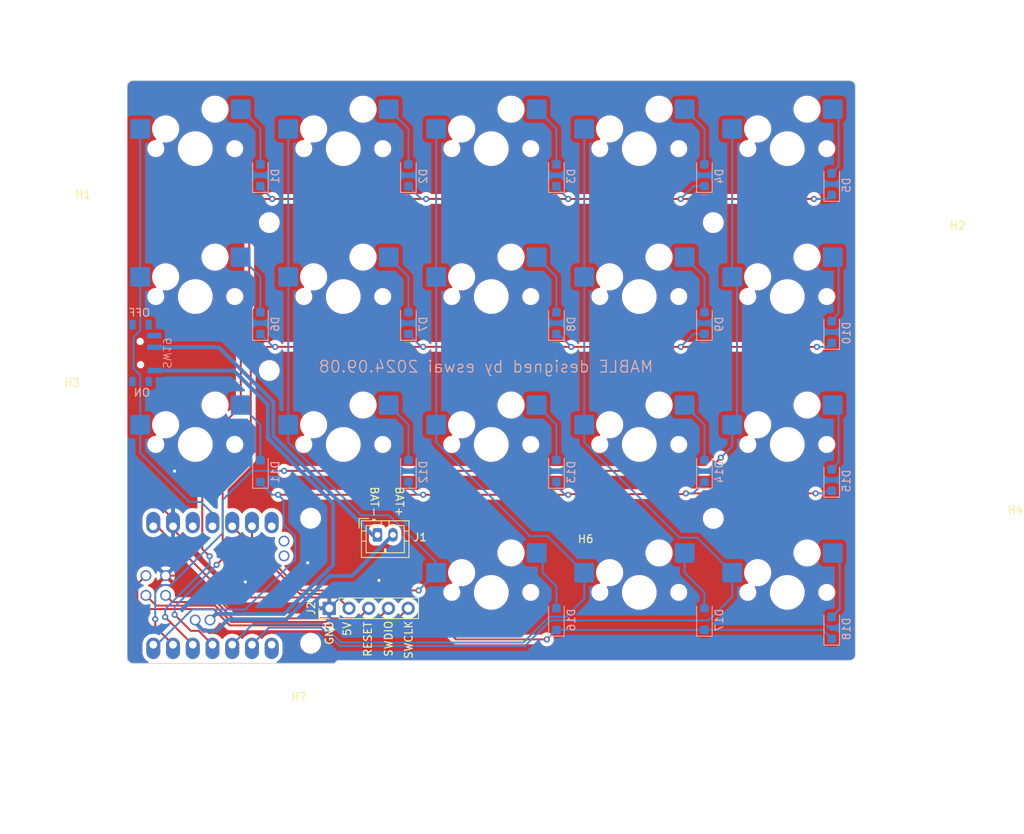
<source format=kicad_pcb>
(kicad_pcb (version 20221018) (generator pcbnew)
  (layers (0 "F.Cu" signal) (31 "B.Cu" signal) (34 "B.Paste" user) (35 "F.Paste" user) (36 "B.SilkS" user "B.Silkscreen") (37 "F.SilkS" user "F.Silkscreen") (38 "B.Mask" user) (39 "F.Mask" user) (44 "Edge.Cuts" user))
  (net 0 "")
  (net 4 "col0")
  (net 5 "Net-(D1-A)")
  (net 6 "col1")
  (net 7 "Net-(D2-A)")
  (net 8 "col2")
  (net 9 "Net-(D3-A)")
  (net 10 "col3")
  (net 11 "Net-(D4-A)")
  (net 12 "col4")
  (net 13 "Net-(D5-A)")
  (net 14 "Net-(D6-A)")
  (net 15 "Net-(D7-A)")
  (net 16 "Net-(D8-A)")
  (net 17 "Net-(D9-A)")
  (net 18 "Net-(D10-A)")
  (net 19 "Net-(D11-A)")
  (net 20 "Net-(D12-A)")
  (net 21 "Net-(D13-A)")
  (net 22 "Net-(D14-A)")
  (net 23 "Net-(D15-A)")
  (net 24 "Net-(D16-A)")
  (net 25 "Net-(D17-A)")
  (net 26 "Net-(D18-A)")
  (net 27 "row3")
  (net 28 "row2")
  (net 29 "row1")
  (net 30 "row0")
  (net 33 "Net-(J1-Pin_1)")
  (net 34 "Net-(J1-Pin_2)")
  (net 35 "Net-(J2-Pin_4)")
  (net 36 "Net-(J2-Pin_3)")
  (net 37 "Net-(J2-Pin_2)")
  (net 38 "Net-(J2-Pin_5)")
  (net 39 "GND")
  (net 41 "Net-(SW19-A)")
  (footprint "MX_Hotswap:MX-Hotswap-1U" (layer "F.Cu") (at 78.105 57.15)
    (fp_text reference "SW7")
    (fp_text value "SW_Push")
  )
  (footprint "MountingHole:MountingHole_2.2mm_M2" (layer "F.Cu") (at 73.9 85.7)
    (fp_text reference "H6")
    (fp_text value "MountingHole")
  )
  (footprint "MX_Hotswap:MX-Hotswap-1U" (layer "F.Cu") (at 97.155 76.2)
    (fp_text reference "SW13")
    (fp_text value "SW_Push")
  )
  (footprint "MountingHole:MountingHole_2.2mm_M2" (layer "F.Cu") (at 68.58 66.675)
    (fp_text reference "H3")
    (fp_text value "MountingHole")
  )
  (footprint "MountingHole:MountingHole_2.2mm_M2" (layer "F.Cu") (at 125.73 47.625)
    (fp_text reference "H2")
    (fp_text value "MountingHole")
  )
  (footprint "MX_Hotswap:MX-Hotswap-1U" (layer "F.Cu") (at 135.255 38.1)
    (fp_text reference "SW5")
    (fp_text value "SW_Push")
  )
  (footprint "Connector_PinHeader_2.54mm:PinHeader_1x05_P2.54mm_Vertical" (layer "F.Cu") (at 76.3 97.3 90)
    (fp_text reference "J2")
    (fp_text value "Conn_01x05")
  )
  (footprint "MountingHole:MountingHole_2.2mm_M2" (layer "F.Cu") (at 125.73 85.725)
    (fp_text reference "H4")
    (fp_text value "MountingHole")
  )
  (footprint "MX_Hotswap:MX-Hotswap-1U" (layer "F.Cu") (at 116.205 76.2)
    (fp_text reference "SW14")
    (fp_text value "SW_Push")
  )
  (footprint "MountingHole:MountingHole_2.2mm_M2" (layer "F.Cu") (at 73.9 101.8)
    (fp_text reference "H7")
    (fp_text value "MountingHole")
  )
  (footprint "MX_Hotswap:MX-Hotswap-1U" (layer "F.Cu") (at 135.255 76.2)
    (fp_text reference "SW15")
    (fp_text value "SW_Push")
  )
  (footprint "MX_Hotswap:MX-Hotswap-1U" (layer "F.Cu") (at 78.105 38.1)
    (fp_text reference "SW2")
    (fp_text value "SW_Push")
  )
  (footprint "MX_Hotswap:MX-Hotswap-1U" (layer "F.Cu") (at 59.055 57.15)
    (fp_text reference "SW6")
    (fp_text value "SW_Push")
  )
  (footprint "MX_Hotswap:MX-Hotswap-1U" (layer "F.Cu") (at 59.055 76.2)
    (fp_text reference "SW11")
    (fp_text value "SW_Push")
  )
  (footprint "MX_Hotswap:MX-Hotswap-1U" (layer "F.Cu") (at 97.155 95.25)
    (fp_text reference "SW16")
    (fp_text value "SW_Push")
  )
  (footprint "MX_Hotswap:MX-Hotswap-1U" (layer "F.Cu") (at 135.255 95.25)
    (fp_text reference "SW18")
    (fp_text value "SW_Push")
  )
  (footprint "MX_Hotswap:MX-Hotswap-1U" (layer "F.Cu") (at 116.205 95.25)
    (fp_text reference "SW17")
    (fp_text value "SW_Push")
  )
  (footprint "MX_Hotswap:MX-Hotswap-1U" (layer "F.Cu") (at 59.055 38.1)
    (fp_text reference "SW1")
    (fp_text value "SW_Push")
  )
  (footprint "MX_Hotswap:MX-Hotswap-1U" (layer "F.Cu") (at 116.205 38.1)
    (fp_text reference "SW4")
    (fp_text value "SW_Push")
  )
  (footprint "Connector_JST:JST_PH_B2B-PH-K_1x02_P2.00mm_Vertical" (layer "F.Cu") (at 82.5 87.842)
    (fp_text reference "J1")
    (fp_text value "Conn_01x02")
  )
  (footprint "mcu:xiao-ble-tht" (layer "F.Cu") (at 61.27 94.36 90)
    (fp_text reference "U1" hide)
    (fp_text value "xiao-ble" hide)
  )
  (footprint "MX_Hotswap:MX-Hotswap-1U" (layer "F.Cu") (at 97.155 38.1)
    (fp_text reference "SW3")
    (fp_text value "SW_Push")
  )
  (footprint "MX_Hotswap:MX-Hotswap-1U" (layer "F.Cu") (at 116.205 57.15)
    (fp_text reference "SW9")
    (fp_text value "SW_Push")
  )
  (footprint "MX_Hotswap:MX-Hotswap-1U" (layer "F.Cu") (at 78.105 76.2)
    (fp_text reference "SW12")
    (fp_text value "SW_Push")
  )
  (footprint "MX_Hotswap:MX-Hotswap-1U" (layer "F.Cu") (at 135.255 57.15)
    (fp_text reference "SW10")
    (fp_text value "SW_Push")
  )
  (footprint "MountingHole:MountingHole_2.2mm_M2" (layer "F.Cu") (at 68.58 47.625)
    (fp_text reference "H1")
    (fp_text value "MountingHole")
  )
  (footprint "MX_Hotswap:MX-Hotswap-1U" (layer "F.Cu") (at 97.155 57.15)
    (fp_text reference "SW8")
    (fp_text value "SW_Push")
  )
  (footprint "Diode_SMD:D_SOD-123F" (layer "B.Cu") (at 124.587 98.679 90)
    (fp_text reference "D17")
    (fp_text value "D")
  )
  (footprint "Diode_SMD:D_SOD-123F" (layer "B.Cu") (at 140.97 99.822 90)
    (fp_text reference "D18")
    (fp_text value "D")
  )
  (footprint "Diode_SMD:D_SOD-123F" (layer "B.Cu") (at 140.97 61.722 90)
    (fp_text reference "D10")
    (fp_text value "D")
  )
  (footprint "Diode_SMD:D_SOD-123F" (layer "B.Cu") (at 124.587 60.579 90)
    (fp_text reference "D9")
    (fp_text value "D")
  )
  (footprint "Diode_SMD:D_SOD-123F" (layer "B.Cu") (at 67.437 60.579 90)
    (fp_text reference "D6")
    (fp_text value "D")
  )
  (footprint "Diode_SMD:D_SOD-123F" (layer "B.Cu") (at 140.97 80.772 90)
    (fp_text reference "D15")
    (fp_text value "D")
  )
  (footprint "Diode_SMD:D_SOD-123F" (layer "B.Cu") (at 124.587 41.529 90)
    (fp_text reference "D4")
    (fp_text value "D")
  )
  (footprint "Diode_SMD:D_SOD-123F" (layer "B.Cu") (at 105.537 41.529 90)
    (fp_text reference "D3")
    (fp_text value "D")
  )
  (footprint "Diode_SMD:D_SOD-123F" (layer "B.Cu") (at 140.97 42.672 90)
    (fp_text reference "D5")
    (fp_text value "D")
  )
  (footprint "Diode_SMD:D_SOD-123F" (layer "B.Cu") (at 86.487 79.629 90)
    (fp_text reference "D12")
    (fp_text value "D")
  )
  (footprint "Diode_SMD:D_SOD-123F" (layer "B.Cu") (at 105.537 79.629 90)
    (fp_text reference "D13")
    (fp_text value "D")
  )
  (footprint "locallib:SSW1P2T-SMT" (layer "B.Cu") (at 52.015 64.43 90)
    (fp_text reference "SW19")
    (fp_text value "SW_SPDT")
    (fp_circle (center -1.5 0) (end -1.05 0) (stroke (width 0.05)) (fill none) (layer "Edge.Cuts"))
    (fp_circle (center 1.5 -0.05) (end 1.95 -0.05) (stroke (width 0.05)) (fill none) (layer "Edge.Cuts"))
  )
  (footprint "Diode_SMD:D_SOD-123F" (layer "B.Cu") (at 86.487 41.529 90)
    (fp_text reference "D2")
    (fp_text value "D")
  )
  (footprint "Diode_SMD:D_SOD-123F" (layer "B.Cu") (at 124.587 79.629 90)
    (fp_text reference "D14")
    (fp_text value "D")
  )
  (footprint "Diode_SMD:D_SOD-123F" (layer "B.Cu") (at 105.537 60.579 90)
    (fp_text reference "D8")
    (fp_text value "D")
  )
  (footprint "Diode_SMD:D_SOD-123F" (layer "B.Cu") (at 105.537 98.679 90)
    (fp_text reference "D16")
    (fp_text value "D")
  )
  (footprint "Diode_SMD:D_SOD-123F" (layer "B.Cu") (at 67.437 41.529 90)
    (fp_text reference "D1")
    (fp_text value "D")
  )
  (footprint "Diode_SMD:D_SOD-123F" (layer "B.Cu") (at 67.437 79.629 90)
    (fp_text reference "D11")
    (fp_text value "D")
  )
  (footprint "Diode_SMD:D_SOD-123F" (layer "B.Cu") (at 86.487 60.579 90)
    (fp_text reference "D7")
    (fp_text value "D")
  )
  (gr_line (start 76.962 104.394) (end 77.343 104.013) (stroke (width 0.1)) (layer "Edge.Cuts"))
  (gr_line (start 51.054 104.394) (end 76.962 104.394) (stroke (width 0.1)) (layer "Edge.Cuts"))
  (gr_line (start 77.343 104.013) (end 143.256 104.013) (stroke (width 0.1)) (layer "Edge.Cuts"))
  (gr_line (start 50.292 30.099) (end 50.292 103.632) (stroke (width 0.1)) (layer "Edge.Cuts"))
  (gr_arc (start 51.054 104.394) (mid 50.515185 104.170815) (end 50.292 103.632) (stroke (width 0.1)) (layer "Edge.Cuts"))
  (gr_line (start 143.256 29.337) (end 51.054 29.337) (stroke (width 0.1)) (layer "Edge.Cuts"))
  (gr_arc (start 50.292 30.099) (mid 50.515185 29.560185) (end 51.054 29.337) (stroke (width 0.1)) (layer "Edge.Cuts"))
  (gr_arc (start 144.018 103.251) (mid 143.794815 103.789815) (end 143.256 104.013) (stroke (width 0.1)) (layer "Edge.Cuts"))
  (gr_arc (start 143.256 29.337) (mid 143.794815 29.560185) (end 144.018 30.099) (stroke (width 0.1)) (layer "Edge.Cuts"))
  (gr_line (start 144.018 103.251) (end 144.018 30.099) (stroke (width 0.1)) (layer "Edge.Cuts"))
  (gr_text "MABLE designed by eswai 2024.09.08" (at 118.11 67.056) (layer "B.SilkS") (effects (font (size 1.5 1.5)) (justify left bottom mirror)))
  (gr_text "OFF" (at 53.34 59.817) (layer "B.SilkS") (effects (font (size 1 1)) (justify left bottom mirror)))
  (gr_text "ON" (at 53.34 70.104) (layer "B.SilkS") (effects (font (size 1 1)) (justify left bottom mirror)))
  (gr_text "BAT+\n\nBAT-" (at 81.534 81.534 270) (layer "F.SilkS") (effects (font (size 1 1)) (justify left bottom)))
  (gr_text "RESET" (at 81.853 103.624 90) (layer "F.SilkS") (effects (font (size 1 1)) (justify left bottom)))
  (gr_text "SWDIO" (at 84.52 103.624 90) (layer "F.SilkS") (effects (font (size 1 1)) (justify left bottom)))
  (gr_text "5V" (at 79.186 100.957 90) (layer "F.SilkS") (effects (font (size 1 1)) (justify left bottom)))
  (gr_text "SWCLK" (at 87.1 103.905 90) (layer "F.SilkS") (effects (font (size 1 1)) (justify left bottom)))
  (gr_text "GND" (at 76.9 102.1 90) (layer "F.SilkS") (effects (font (size 1 1)) (justify left bottom)))
  (segment (start 51.97 61.53) (end 51.1 62.4) (width 0.25) (layer "B.Cu") (net 4))
  (segment (start 51.97 35.56) (end 51.97 54.61) (width 0.25) (layer "B.Cu") (net 4))
  (segment (start 51.97 54.61) (end 51.97 61.53) (width 0.25) (layer "B.Cu") (net 4))
  (segment (start 51.97 67.27) (end 51.97 73.66) (width 0.25) (layer "B.Cu") (net 4))
  (segment (start 61.27 85.07) (end 61.27 86.74) (width 0.25) (layer "B.Cu") (net 4))
  (segment (start 51.97 77.297588) (end 58.272412 83.6) (width 0.25) (layer "B.Cu") (net 4))
  (segment (start 58.272412 83.6) (end 59.8 83.6) (width 0.25) (layer "B.Cu") (net 4))
  (segment (start 51.1 62.4) (end 51.1 66.4) (width 0.25) (layer "B.Cu") (net 4))
  (segment (start 59.8 83.6) (end 61.27 85.07) (width 0.25) (layer "B.Cu") (net 4))
  (segment (start 51.1 66.4) (end 51.97 67.27) (width 0.25) (layer "B.Cu") (net 4))
  (segment (start 51.97 73.66) (end 51.97 77.297588) (width 0.25) (layer "B.Cu") (net 4))
  (segment (start 67.437 35.56) (end 67.437 40.129) (width 0.25) (layer "B.Cu") (net 5))
  (segment (start 64.897 33.02) (end 67.437 35.56) (width 0.25) (layer "B.Cu") (net 5))
  (segment (start 66.35 88.643604) (end 66.35 86.74) (width 0.25) (layer "F.Cu") (net 6))
  (segment (start 72.706396 95) (end 66.35 88.643604) (width 0.25) (layer "F.Cu") (net 6))
  (segment (start 87.8 95) (end 72.706396 95) (width 0.25) (layer "F.Cu") (net 6))
  (via (at 87.8 95) (size 0.8) (drill 0.4) (layers "F.Cu" "B.Cu") (net 6))
  (segment (start 71.02 73.66) (end 71.02 75.928684) (width 0.25) (layer "B.Cu") (net 6))
  (segment (start 71.02 75.928684) (end 80.416316 85.325) (width 0.25) (layer "B.Cu") (net 6))
  (segment (start 71.02 54.61) (end 71.02 73.66) (width 0.25) (layer "B.Cu") (net 6))
  (segment (start 84.025 85.325) (end 90.07 91.37) (width 0.25) (layer "B.Cu") (net 6))
  (segment (start 90.07 92.73) (end 87.8 95) (width 0.25) (layer "B.Cu") (net 6))
  (segment (start 90.07 91.37) (end 90.07 92.71) (width 0.25) (layer "B.Cu") (net 6))
  (segment (start 90.07 92.71) (end 90.07 92.73) (width 0.25) (layer "B.Cu") (net 6))
  (segment (start 71.02 35.56) (end 71.02 54.61) (width 0.25) (layer "B.Cu") (net 6))
  (segment (start 80.416316 85.325) (end 84.025 85.325) (width 0.25) (layer "B.Cu") (net 6))
  (segment (start 83.947 33.02) (end 86.487 35.56) (width 0.25) (layer "B.Cu") (net 7))
  (segment (start 86.487 35.56) (end 86.487 40.129) (width 0.25) (layer "B.Cu") (net 7))
  (segment (start 101.3 101.7) (end 104.6 98.4) (width 0.25) (layer "B.Cu") (net 8))
  (segment (start 75.4 99.3) (end 77.8 101.7) (width 0.25) (layer "B.Cu") (net 8))
  (segment (start 90.07 54.61) (end 90.07 35.56) (width 0.25) (layer "B.Cu") (net 8))
  (segment (start 77.8 101.7) (end 101.3 101.7) (width 0.25) (layer "B.Cu") (net 8))
  (segment (start 104.6 98.4) (end 106.8 98.4) (width 0.25) (layer "B.Cu") (net 8))
  (segment (start 104.41 88) (end 109.12 92.71) (width 0.25) (layer "B.Cu") (net 8))
  (segment (start 90.07 75.928684) (end 102.141316 88) (width 0.25) (layer "B.Cu") (net 8))
  (segment (start 66.49 99.3) (end 75.4 99.3) (width 0.25) (layer "B.Cu") (net 8))
  (segment (start 109.12 96.08) (end 109.12 92.71) (width 0.25) (layer "B.Cu") (net 8))
  (segment (start 106.8 98.4) (end 109.12 96.08) (width 0.25) (layer "B.Cu") (net 8))
  (segment (start 90.07 54.61) (end 90.07 73.66) (width 0.25) (layer "B.Cu") (net 8))
  (segment (start 63.81 101.98) (end 66.49 99.3) (width 0.25) (layer "B.Cu") (net 8))
  (segment (start 102.141316 88) (end 104.41 88) (width 0.25) (layer "B.Cu") (net 8))
  (segment (start 90.07 73.66) (end 90.07 75.928684) (width 0.25) (layer "B.Cu") (net 8))
  (segment (start 102.997 33.02) (end 105.537 35.56) (width 0.25) (layer "B.Cu") (net 9))
  (segment (start 105.537 35.56) (end 105.537 40.129) (width 0.25) (layer "B.Cu") (net 9))
  (segment (start 128.17 92.71) (end 128.17 95.83) (width 0.25) (layer "B.Cu") (net 10))
  (segment (start 123.66 88.2) (end 128.17 92.71) (width 0.25) (layer "B.Cu") (net 10))
  (segment (start 104.786396 98.85) (end 101.486396 102.15) (width 0.25) (layer "B.Cu") (net 10))
  (segment (start 109.12 35.56) (end 109.12 54.61) (width 0.25) (layer "B.Cu") (net 10))
  (segment (start 75.263604 99.8) (end 68.53 99.8) (width 0.25) (layer "B.Cu") (net 10))
  (segment (start 101.486396 102.15) (end 77.613604 102.15) (width 0.25) (layer "B.Cu") (net 10))
  (segment (start 109.12 75.928684) (end 121.391316 88.2) (width 0.25) (layer "B.Cu") (net 10))
  (segment (start 109.12 73.66) (end 109.12 75.928684) (width 0.25) (layer "B.Cu") (net 10))
  (segment (start 68.53 99.8) (end 66.35 101.98) (width 0.25) (layer "B.Cu") (net 10))
  (segment (start 125.15 98.85) (end 104.786396 98.85) (width 0.25) (layer "B.Cu") (net 10))
  (segment (start 128.17 95.83) (end 125.15 98.85) (width 0.25) (layer "B.Cu") (net 10))
  (segment (start 77.613604 102.15) (end 75.263604 99.8) (width 0.25) (layer "B.Cu") (net 10))
  (segment (start 121.391316 88.2) (end 123.66 88.2) (width 0.25) (layer "B.Cu") (net 10))
  (segment (start 109.12 54.61) (end 109.12 73.66) (width 0.25) (layer "B.Cu") (net 10))
  (segment (start 124.587 35.56) (end 124.587 40.129) (width 0.25) (layer "B.Cu") (net 11))
  (segment (start 122.047 33.02) (end 124.587 35.56) (width 0.25) (layer "B.Cu") (net 11))
  (segment (start 70.5 79.6) (end 125 79.6) (width 0.25) (layer "F.Cu") (net 12))
  (segment (start 56.19 101.98) (end 53.9 99.69) (width 0.25) (layer "F.Cu") (net 12))
  (segment (start 53.9 99.69) (end 53.9 98.7) (width 0.25) (layer "F.Cu") (net 12))
  (segment (start 125 79.6) (end 126.7 77.9) (width 0.25) (layer "F.Cu") (net 12))
  (via (at 126.7 77.9) (size 0.8) (drill 0.4) (layers "F.Cu" "B.Cu") (net 12))
  (via (at 70.5 79.6) (size 0.8) (drill 0.4) (layers "F.Cu" "B.Cu") (net 12))
  (via (at 53.9 98.7) (size 0.8) (drill 0.4) (layers "F.Cu" "B.Cu") (net 12))
  (segment (start 126.7 77.9) (end 128.17 76.43) (width 0.25) (layer "B.Cu") (net 12))
  (segment (start 128.17 35.56) (end 128.17 54.61) (width 0.25) (layer "B.Cu") (net 12))
  (segment (start 55.9 94.3) (end 62.585 87.615) (width 0.25) (layer "B.Cu") (net 12))
  (segment (start 66.323 79.6) (end 70.5 79.6) (width 0.25) (layer "B.Cu") (net 12))
  (segment (start 53.9 95.1) (end 54.7 94.3) (width 0.25) (layer "B.Cu") (net 12))
  (segment (start 54.7 94.3) (end 55.9 94.3) (width 0.25) (layer "B.Cu") (net 12))
  (segment (start 128.778 55.218) (end 128.778 73.052) (width 0.25) (layer "B.Cu") (net 12))
  (segment (start 53.9 98.7) (end 53.9 95.1) (width 0.25) (layer "B.Cu") (net 12))
  (segment (start 128.17 54.61) (end 128.778 55.218) (width 0.25) (layer "B.Cu") (net 12))
  (segment (start 128.778 73.052) (end 128.17 73.66) (width 0.25) (layer "B.Cu") (net 12))
  (segment (start 62.585 87.615) (end 62.585 83.338) (width 0.25) (layer "B.Cu") (net 12))
  (segment (start 128.17 76.43) (end 128.17 73.66) (width 0.25) (layer "B.Cu") (net 12))
  (segment (start 62.585 83.338) (end 66.323 79.6) (width 0.25) (layer "B.Cu") (net 12))
  (segment (start 141.859 40.383) (end 140.97 41.272) (width 0.25) (layer "B.Cu") (net 13))
  (segment (start 141.097 33.02) (end 141.859 33.782) (width 0.25) (layer "B.Cu") (net 13))
  (segment (start 141.859 33.782) (end 141.859 40.383) (width 0.25) (layer "B.Cu") (net 13))
  (segment (start 67.437 54.61) (end 67.437 59.179) (width 0.25) (layer "B.Cu") (net 14))
  (segment (start 64.897 52.07) (end 67.437 54.61) (width 0.25) (layer "B.Cu") (net 14))
  (segment (start 83.947 52.07) (end 86.487 54.61) (width 0.25) (layer "B.Cu") (net 15))
  (segment (start 86.487 54.61) (end 86.487 59.179) (width 0.25) (layer "B.Cu") (net 15))
  (segment (start 105.537 54.61) (end 105.537 59.179) (width 0.25) (layer "B.Cu") (net 16))
  (segment (start 102.997 52.07) (end 105.537 54.61) (width 0.25) (layer "B.Cu") (net 16))
  (segment (start 124.587 54.61) (end 124.587 59.179) (width 0.25) (layer "B.Cu") (net 17))
  (segment (start 122.047 52.07) (end 124.587 54.61) (width 0.25) (layer "B.Cu") (net 17))
  (segment (start 140.97 60.198) (end 140.97 60.322) (width 0.25) (layer "B.Cu") (net 18))
  (segment (start 141.859 52.832) (end 141.859 59.309) (width 0.25) (layer "B.Cu") (net 18))
  (segment (start 141.859 59.309) (end 140.97 60.198) (width 0.25) (layer "B.Cu") (net 18))
  (segment (start 141.097 52.07) (end 141.859 52.832) (width 0.25) (layer "B.Cu") (net 18))
  (segment (start 64.897 71.12) (end 67.437 73.66) (width 0.25) (layer "B.Cu") (net 19))
  (segment (start 67.437 73.66) (end 67.437 78.229) (width 0.25) (layer "B.Cu") (net 19))
  (segment (start 83.947 71.12) (end 86.487 73.66) (width 0.25) (layer "B.Cu") (net 20))
  (segment (start 86.487 73.66) (end 86.487 78.229) (width 0.25) (layer "B.Cu") (net 20))
  (segment (start 105.537 73.66) (end 105.537 78.229) (width 0.25) (layer "B.Cu") (net 21))
  (segment (start 102.997 71.12) (end 105.537 73.66) (width 0.25) (layer "B.Cu") (net 21))
  (segment (start 122.047 71.12) (end 124.587 73.66) (width 0.25) (layer "B.Cu") (net 22))
  (segment (start 124.587 73.66) (end 124.587 78.229) (width 0.25) (layer "B.Cu") (net 22))
  (segment (start 141.859 78.483) (end 140.97 79.372) (width 0.25) (layer "B.Cu") (net 23))
  (segment (start 141.097 71.12) (end 141.859 71.882) (width 0.25) (layer "B.Cu") (net 23))
  (segment (start 141.859 71.882) (end 141.859 78.483) (width 0.25) (layer "B.Cu") (net 23))
  (segment (start 103.759 92.71) (end 105.537 94.488) (width 0.25) (layer "B.Cu") (net 24))
  (segment (start 105.537 94.488) (end 105.537 97.279) (width 0.25) (layer "B.Cu") (net 24))
  (segment (start 103.759 90.932) (end 103.759 92.71) (width 0.25) (layer "B.Cu") (net 24))
  (segment (start 102.997 90.17) (end 103.759 90.932) (width 0.25) (layer "B.Cu") (net 24))
  (segment (start 122.047 90.17) (end 122.047 92.71) (width 0.25) (layer "B.Cu") (net 25))
  (segment (start 122.047 92.71) (end 124.587 95.25) (width 0.25) (layer "B.Cu") (net 25))
  (segment (start 124.587 95.25) (end 124.587 97.279) (width 0.25) (layer "B.Cu") (net 25))
  (segment (start 142 97.392) (end 140.97 98.422) (width 0.25) (layer "B.Cu") (net 26))
  (segment (start 142 91.073) (end 142 97.392) (width 0.25) (layer "B.Cu") (net 26))
  (segment (start 141.097 90.17) (end 142 91.073) (width 0.25) (layer "B.Cu") (net 26))
  (segment (start 92.608 101.308) (end 86.75 95.45) (width 0.25) (layer "F.Cu") (net 27))
  (segment (start 104.308 101.308) (end 92.608 101.308) (width 0.25) (layer "F.Cu") (net 27))
  (segment (start 72.52 95.45) (end 63.81 86.74) (width 0.25) (layer "F.Cu") (net 27))
  (segment (start 86.75 95.45) (end 72.52 95.45) (width 0.25) (layer "F.Cu") (net 27))
  (via (at 104.308 101.308) (size 0.8) (drill 0.4) (layers "F.Cu" "B.Cu") (net 27))
  (segment (start 105.537 100.079) (end 124.587 100.079) (width 0.25) (layer "B.Cu") (net 27))
  (segment (start 104.308 101.308) (end 105.537 100.079) (width 0.25) (layer "B.Cu") (net 27))
  (segment (start 139.827 100.079) (end 140.97 101.222) (width 0.25) (layer "B.Cu") (net 27))
  (segment (start 124.587 100.079) (end 139.827 100.079) (width 0.25) (layer "B.Cu") (net 27))
  (segment (start 107.061 82.677) (end 107.138 82.6) (width 0.25) (layer "F.Cu") (net 28))
  (segment (start 69.723 82.677) (end 88.392 82.677) (width 0.25) (layer "F.Cu") (net 28))
  (segment (start 122.1 82.6) (end 122.2 82.5) (width 0.25) (layer "F.Cu") (net 28))
  (segment (start 107.138 82.6) (end 122.1 82.6) (width 0.25) (layer "F.Cu") (net 28))
  (segment (start 138.9 82.5) (end 122.2 82.5) (width 0.25) (layer "F.Cu") (net 28))
  (segment (start 107.061 82.677) (end 88.392 82.677) (width 0.25) (layer "F.Cu") (net 28))
  (via (at 107.061 82.677) (size 0.8) (drill 0.4) (layers "F.Cu" "B.Cu") (net 28))
  (via (at 122.2 82.5) (size 0.8) (drill 0.4) (layers "F.Cu" "B.Cu") (net 28))
  (via (at 69.723 82.677) (size 0.8) (drill 0.4) (layers "F.Cu" "B.Cu") (net 28))
  (via (at 138.9 82.5) (size 0.8) (drill 0.4) (layers "F.Cu" "B.Cu") (net 28))
  (via (at 88.392 82.677) (size 0.8) (drill 0.4) (layers "F.Cu" "B.Cu") (net 28))
  (segment (start 70.4 86.5) (end 71.9 88) (width 0.25) (layer "B.Cu") (net 28))
  (segment (start 69.723 82.677) (end 70.4 83.354) (width 0.25) (layer "B.Cu") (net 28))
  (segment (start 123.116 82.5) (end 124.587 81.029) (width 0.25) (layer "B.Cu") (net 28))
  (segment (start 68.961 82.677) (end 67.437 81.153) (width 0.25) (layer "B.Cu") (net 28))
  (segment (start 69.723 82.677) (end 68.961 82.677) (width 0.25) (layer "B.Cu") (net 28))
  (segment (start 88.392 82.677) (end 87.63 82.677) (width 0.25) (layer "B.Cu") (net 28))
  (segment (start 71.9 88) (end 71.9 91.05) (width 0.25) (layer "B.Cu") (net 28))
  (segment (start 106.68 82.677) (end 105.537 81.534) (width 0.25) (layer "B.Cu") (net 28))
  (segment (start 138.9 82.5) (end 140.004 82.5) (width 0.25) (layer "B.Cu") (net 28))
  (segment (start 107.061 82.677) (end 106.68 82.677) (width 0.25) (layer "B.Cu") (net 28))
  (segment (start 54.12 101.98) (end 53.65 101.98) (width 0.25) (layer "B.Cu") (net 28))
  (segment (start 67.437 81.153) (end 67.437 81.029) (width 0.25) (layer "B.Cu") (net 28))
  (segment (start 122.2 82.5) (end 123.116 82.5) (width 0.25) (layer "B.Cu") (net 28))
  (segment (start 65.5 97.45) (end 58.65 97.45) (width 0.25) (layer "B.Cu") (net 28))
  (segment (start 58.65 97.45) (end 54.12 101.98) (width 0.25) (layer "B.Cu") (net 28))
  (segment (start 70.4 83.354) (end 70.4 86.5) (width 0.25) (layer "B.Cu") (net 28))
  (segment (start 140.004 82.5) (end 140.332 82.172) (width 0.25) (layer "B.Cu") (net 28))
  (segment (start 140.332 82.172) (end 140.97 82.172) (width 0.25) (layer "B.Cu") (net 28))
  (segment (start 87.63 82.677) (end 86.487 81.534) (width 0.25) (layer "B.Cu") (net 28))
  (segment (start 71.9 91.05) (end 65.5 97.45) (width 0.25) (layer "B.Cu") (net 28))
  (segment (start 86.487 81.534) (end 86.487 81.029) (width 0.25) (layer "B.Cu") (net 28))
  (segment (start 105.537 81.534) (end 105.537 81.029) (width 0.25) (layer "B.Cu") (net 28))
  (segment (start 107.442 63.627) (end 121.539 63.627) (width 0.25) (layer "F.Cu") (net 29))
  (segment (start 121.539 63.627) (end 139.065 63.627) (width 0.25) (layer "F.Cu") (net 29))
  (segment (start 66.2 65.7) (end 68.273 63.627) (width 0.25) (layer "F.Cu") (net 29))
  (segment (start 61.8 91.7) (end 62.585 90.915) (width 0.25) (layer "F.Cu") (net 29))
  (segment (start 88.392 63.627) (end 107.442 63.627) (width 0.25) (layer "F.Cu") (net 29))
  (segment (start 68.273 63.627) (end 69.342 63.627) (width 0.25) (layer "F.Cu") (net 29))
  (segment (start 62.585 81.715) (end 66.2 78.1) (width 0.25) (layer "F.Cu") (net 29))
  (segment (start 88.392 63.627) (end 69.342 63.627) (width 0.25) (layer "F.Cu") (net 29))
  (segment (start 62.585 90.915) (end 62.585 81.715) (width 0.25) (layer "F.Cu") (net 29))
  (segment (start 59.49 100.2) (end 61.27 101.98) (width 0.25) (layer "F.Cu") (net 29))
  (segment (start 66.2 78.1) (end 66.2 65.7) (width 0.25) (layer "F.Cu") (net 29))
  (segment (start 58.4755 100.2) (end 59.49 100.2) (width 0.25) (layer "F.Cu") (net 29))
  (segment (start 56.4 98.1245) (end 58.4755 100.2) (width 0.25) (layer "F.Cu") (net 29))
  (via (at 121.539 63.627) (size 0.8) (drill 0.4) (layers "F.Cu" "B.Cu") (net 29))
  (via (at 107.442 63.627) (size 0.8) (drill 0.4) (layers "F.Cu" "B.Cu") (net 29))
  (via (at 56.4 98.1245) (size 0.8) (drill 0.4) (layers "F.Cu" "B.Cu") (net 29))
  (via (at 61.8 91.7) (size 0.8) (drill 0.4) (layers "F.Cu" "B.Cu") (net 29))
  (via (at 88.392 63.627) (size 0.8) (drill 0.4) (layers "F.Cu" "B.Cu") (net 29))
  (via (at 139.065 63.627) (size 0.8) (drill 0.4) (layers "F.Cu" "B.Cu") (net 29))
  (via (at 69.342 63.627) (size 0.8) (drill 0.4) (layers "F.Cu" "B.Cu") (net 29))
  (segment (start 69.342 63.627) (end 69.085 63.627) (width 0.25) (layer "B.Cu") (net 29))
  (segment (start 88.392 63.627) (end 88.135 63.627) (width 0.25) (layer "B.Cu") (net 29))
  (segment (start 123.187 61.979) (end 124.587 61.979) (width 0.25) (layer "B.Cu") (net 29))
  (segment (start 139.065 63.627) (end 140.465 63.627) (width 0.25) (layer "B.Cu") (net 29))
  (segment (start 107.442 63.627) (end 105.794 61.979) (width 0.25) (layer "B.Cu") (net 29))
  (segment (start 88.135 63.627) (end 86.487 61.979) (width 0.25) (layer "B.Cu") (net 29))
  (segment (start 105.794 61.979) (end 105.537 61.979) (width 0.25) (layer "B.Cu") (net 29))
  (segment (start 140.465 63.627) (end 140.97 63.122) (width 0.25) (layer "B.Cu") (net 29))
  (segment (start 56.4 97.1) (end 61.8 91.7) (width 0.25) (layer "B.Cu") (net 29))
  (segment (start 69.085 63.627) (end 67.437 61.979) (width 0.25) (layer "B.Cu") (net 29))
  (segment (start 56.4 98.1245) (end 56.4 97.1) (width 0.25) (layer "B.Cu") (net 29))
  (segment (start 121.539 63.627) (end 123.187 61.979) (width 0.25) (layer "B.Cu") (net 29))
  (segment (start 62 74.2) (end 64.9109 71.2891) (width 0.25) (layer "F.Cu") (net 30))
  (segment (start 59.955 80.445) (end 62 78.4) (width 0.25) (layer "F.Cu") (net 30))
  (segment (start 138.684 44.577) (end 121.539 44.577) (width 0.25) (layer "F.Cu") (net 30))
  (segment (start 62 78.4) (end 62 74.2) (width 0.25) (layer "F.Cu") (net 30))
  (segment (start 66 58.4) (end 66 46.6) (width 0.25) (layer "F.Cu") (net 30))
  (segment (start 59.955 89.655) (end 59.955 80.445) (width 0.25) (layer "F.Cu") (net 30))
  (segment (start 107.061 44.577) (end 121.539 44.577) (width 0.25) (layer "F.Cu") (net 30))
  (segment (start 60.9 90.6) (end 59.955 89.655) (width 0.25) (layer "F.Cu") (net 30))
  (segment (start 66 46.6) (end 68.023 44.577) (width 0.25) (layer "F.Cu") (net 30))
  (segment (start 64.9109 59.4891) (end 66 58.4) (width 0.25) (layer "F.Cu") (net 30))
  (segment (start 88.773 44.577) (end 107.061 44.577) (width 0.25) (layer "F.Cu") (net 30))
  (segment (start 64.9109 71.2891) (end 64.9109 59.4891) (width 0.25) (layer "F.Cu") (net 30))
  (segment (start 68.023 44.577) (end 68.961 44.577) (width 0.25) (layer "F.Cu") (net 30))
  (segment (start 68.961 44.577) (end 88.773 44.577) (width 0.25) (layer "F.Cu") (net 30))
  (segment (start 55.175 98.425) (end 58.73 101.98) (width 0.25) (layer "F.Cu") (net 30))
  (via (at 68.961 44.577) (size 0.8) (drill 0.4) (layers "F.Cu" "B.Cu") (net 30))
  (via (at 121.539 44.577) (size 0.8) (drill 0.4) (layers "F.Cu" "B.Cu") (net 30))
  (via (at 138.684 44.577) (size 0.8) (drill 0.4) (layers "F.Cu" "B.Cu") (net 30))
  (via (at 107.061 44.577) (size 0.8) (drill 0.4) (layers "F.Cu" "B.Cu") (net 30))
  (via (at 88.773 44.577) (size 0.8) (drill 0.4) (layers "F.Cu" "B.Cu") (net 30))
  (via (at 60.9 90.6) (size 0.8) (drill 0.4) (layers "F.Cu" "B.Cu") (net 30))
  (via (at 55.175 98.425) (size 0.8) (drill 0.4) (layers "F.Cu" "B.Cu") (net 30))
  (segment (start 138.684 44.577) (end 140.465 44.577) (width 0.25) (layer "B.Cu") (net 30))
  (segment (start 123.187 42.929) (end 124.587 42.929) (width 0.25) (layer "B.Cu") (net 30))
  (segment (start 140.465 44.577) (end 140.97 44.072) (width 0.25) (layer "B.Cu") (net 30))
  (segment (start 107.061 44.577) (end 105.537 43.053) (width 0.25) (layer "B.Cu") (net 30))
  (segment (start 55.175 97.399695) (end 55.175 98.425) (width 0.25) (layer "B.Cu") (net 30))
  (segment (start 88.135 44.577) (end 86.487 42.929) (width 0.25) (layer "B.Cu") (net 30))
  (segment (start 68.961 44.577) (end 67.437 43.053) (width 0.25) (layer "B.Cu") (net 30))
  (segment (start 88.773 44.577) (end 88.135 44.577) (width 0.25) (layer "B.Cu") (net 30))
  (segment (start 60.9 91.674695) (end 55.175 97.399695) (width 0.25) (layer "B.Cu") (net 30))
  (segment (start 105.537 43.053) (end 105.537 42.929) (width 0.25) (layer "B.Cu") (net 30))
  (segment (start 60.9 90.6) (end 60.9 91.674695) (width 0.25) (layer "B.Cu") (net 30))
  (segment (start 121.539 44.577) (end 123.187 42.929) (width 0.25) (layer "B.Cu") (net 30))
  (segment (start 67.437 43.053) (end 67.437 42.929) (width 0.25) (layer "B.Cu") (net 30))
  (segment (start 69.1 70.71005) (end 62.06995 63.68) (width 0.5) (layer "B.Cu") (net 33))
  (segment (start 69.1 75.1) (end 81.842 87.842) (width 0.5) (layer "B.Cu") (net 33))
  (segment (start 81.842 87.842) (end 82.5 87.842) (width 0.5) (layer "B.Cu") (net 33))
  (segment (start 69.1 70.71005) (end 69.1 75.1) (width 0.5) (layer "B.Cu") (net 33))
  (segment (start 62.06995 63.68) (end 53.765 63.68) (width 0.5) (layer "B.Cu") (net 33))
  (segment (start 60.1 100.2) (end 59.048 99.148) (width 0.5) (layer "B.Cu") (net 34))
  (segment (start 76.375 93.125) (end 79.217 93.125) (width 0.5) (layer "B.Cu") (net 34))
  (segment (start 84.5 87.167) (end 84.5 87.842) (width 0.5) (layer "B.Cu") (net 34))
  (segment (start 70.775 98.725) (end 76.375 93.125) (width 0.5) (layer "B.Cu") (net 34))
  (segment (start 59.048 99.148) (end 59.048 98.805) (width 0.5) (layer "B.Cu") (net 34))
  (segment (start 79.217 93.125) (end 84.5 87.842) (width 0.5) (layer "B.Cu") (net 34))
  (segment (start 61.8 100.2) (end 60.1 100.2) (width 0.5) (layer "B.Cu") (net 34))
  (segment (start 70.775 98.725) (end 63.275 98.725) (width 0.5) (layer "B.Cu") (net 34))
  (segment (start 63.275 98.725) (end 61.8 100.2) (width 0.5) (layer "B.Cu") (net 34))
  (segment (start 61.586396 96.95) (end 54.018 96.95) (width 0.25) (layer "F.Cu") (net 35))
  (segment (start 63.686396 99.05) (end 61.586396 96.95) (width 0.25) (layer "F.Cu") (net 35))
  (segment (start 82.17 99.05) (end 63.686396 99.05) (width 0.25) (layer "F.Cu") (net 35))
  (segment (start 83.92 97.3) (end 82.17 99.05) (width 0.25) (layer "F.Cu") (net 35))
  (segment (start 54.018 96.95) (end 52.698 95.63) (width 0.25) (layer "F.Cu") (net 35))
  (segment (start 63.872792 98.6) (end 61.772792 96.5) (width 0.25) (layer "F.Cu") (net 36))
  (segment (start 81.38 97.3) (end 80.08 98.6) (width 0.25) (layer "F.Cu") (net 36))
  (segment (start 80.08 98.6) (end 63.872792 98.6) (width 0.25) (layer "F.Cu") (net 36))
  (segment (start 56.108 96.5) (end 55.238 95.63) (width 0.25) (layer "F.Cu") (net 36))
  (segment (start 61.772792 96.5) (end 56.108 96.5) (width 0.25) (layer "F.Cu") (net 36))
  (segment (start 77.44 95.9) (end 63.3 95.9) (width 0.25) (layer "F.Cu") (net 37))
  (segment (start 63.3 95.9) (end 54.14 86.74) (width 0.25) (layer "F.Cu") (net 37))
  (segment (start 78.84 97.3) (end 77.44 95.9) (width 0.25) (layer "F.Cu") (net 37))
  (segment (start 54.14 86.74) (end 53.65 86.74) (width 0.25) (layer "F.Cu") (net 37))
  (segment (start 51.6 96.25) (end 51.6 94.188) (width 0.25) (layer "F.Cu") (net 38))
  (segment (start 51.6 94.188) (end 52.698 93.09) (width 0.25) (layer "F.Cu") (net 38))
  (segment (start 61.4 97.4) (end 52.75 97.4) (width 0.25) (layer "F.Cu") (net 38))
  (segment (start 52.75 97.4) (end 51.6 96.25) (width 0.25) (layer "F.Cu") (net 38))
  (segment (start 86.46 97.3) (end 84.26 99.5) (width 0.25) (layer "F.Cu") (net 38))
  (segment (start 63.5 99.5) (end 61.4 97.4) (width 0.25) (layer "F.Cu") (net 38))
  (segment (start 84.26 99.5) (end 63.5 99.5) (width 0.25) (layer "F.Cu") (net 38))
  (segment (start 56.19 85.79) (end 56.19 86.74) (width 0.25) (layer "F.Cu") (net 39))
  (segment (start 63.209188 97.3) (end 58.999188 93.09) (width 0.25) (layer "F.Cu") (net 39))
  (segment (start 52.1 85.1) (end 52.9 84.3) (width 0.25) (layer "F.Cu") (net 39))
  (segment (start 52.9 84.3) (end 54.7 84.3) (width 0.25) (layer "F.Cu") (net 39))
  (segment (start 56.19 86.74) (end 56.19 87.115305) (width 0.25) (layer "F.Cu") (net 39))
  (segment (start 76.3 97.3) (end 63.209188 97.3) (width 0.25) (layer "F.Cu") (net 39))
  (segment (start 62.974695 93.9) (end 65.5 93.9) (width 0.25) (layer "F.Cu") (net 39))
  (segment (start 58.999188 93.09) (end 55.238 93.09) (width 0.25) (layer "F.Cu") (net 39))
  (segment (start 55.238 93.09) (end 52.1 89.952) (width 0.25) (layer "F.Cu") (net 39))
  (segment (start 56.19 87.115305) (end 62.974695 93.9) (width 0.25) (layer "F.Cu") (net 39))
  (segment (start 52.1 89.952) (end 52.1 85.1) (width 0.25) (layer "F.Cu") (net 39))
  (segment (start 54.7 84.3) (end 56.19 85.79) (width 0.25) (layer "F.Cu") (net 39))
  (via (at 73.533 91.44) (size 0.8) (drill 0.4) (layers "F.Cu" "B.Cu") (net 39))
  (via (at 65.5 93.9) (size 0.8) (drill 0.4) (layers "F.Cu" "B.Cu") (net 39))
  (via (at 82.7 93.7) (size 0.8) (drill 0.4) (layers "F.Cu" "B.Cu") (net 39))
  (via (at 56.388 79.629) (size 0.8) (drill 0.4) (layers "F.Cu" "B.Cu") (net 39))
  (segment (start 76.3 97.3) (end 79.9 93.7) (width 0.25) (layer "B.Cu") (net 39))
  (segment (start 79.9 93.7) (end 82.7 93.7) (width 0.25) (layer "B.Cu") (net 39))
  (segment (start 68.4 75.38995) (end 68.4 71.067) (width 0.5) (layer "B.Cu") (net 41))
  (segment (start 64.008 66.675) (end 63.51178 66.675) (width 0.5) (layer "B.Cu") (net 41))
  (segment (start 63.51178 66.675) (end 63.50678 66.68) (width 0.5) (layer "B.Cu") (net 41))
  (segment (start 76.8 83.78995) (end 68.4 75.38995) (width 0.5) (layer "B.Cu") (net 41))
  (segment (start 63.50678 66.68) (end 53.815 66.68) (width 0.5) (layer "B.Cu") (net 41))
  (segment (start 70.48505 98.025) (end 76.8 91.71005) (width 0.5) (layer "B.Cu") (net 41))
  (segment (start 60.953 98.805) (end 61.733 98.025) (width 0.5) (layer "B.Cu") (net 41))
  (segment (start 61.733 98.025) (end 70.48505 98.025) (width 0.5) (layer "B.Cu") (net 41))
  (segment (start 76.8 91.71005) (end 76.8 83.78995) (width 0.5) (layer "B.Cu") (net 41))
  (segment (start 68.4 71.067) (end 64.008 66.675) (width 0.5) (layer "B.Cu") (net 41))
  (zone (net 39) (net_name "GND") (layers "F&B.Cu") (connect_pads (clearance 0.5)) (min_thickness 0.25) (fill yes (thermal_gap 0.5) (thermal_bridge_width 0.5))
    (polygon (pts (xy 149.733 25.908) (xy 44.958 25.908) (xy 46.863 110.49) (xy 147.066 108.204)))
  )
)
</source>
